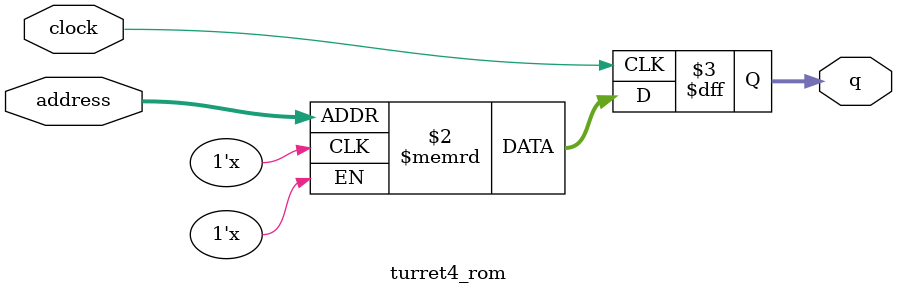
<source format=sv>
module turret4_rom (
	input logic clock,
	input logic [9:0] address,
	output logic [7:0] q
);

logic [7:0] memory [0:1023] /* synthesis ram_init_file = "./turret4/turret4.mif" */;

always_ff @ (posedge clock) begin
	q <= memory[address];
end

endmodule

</source>
